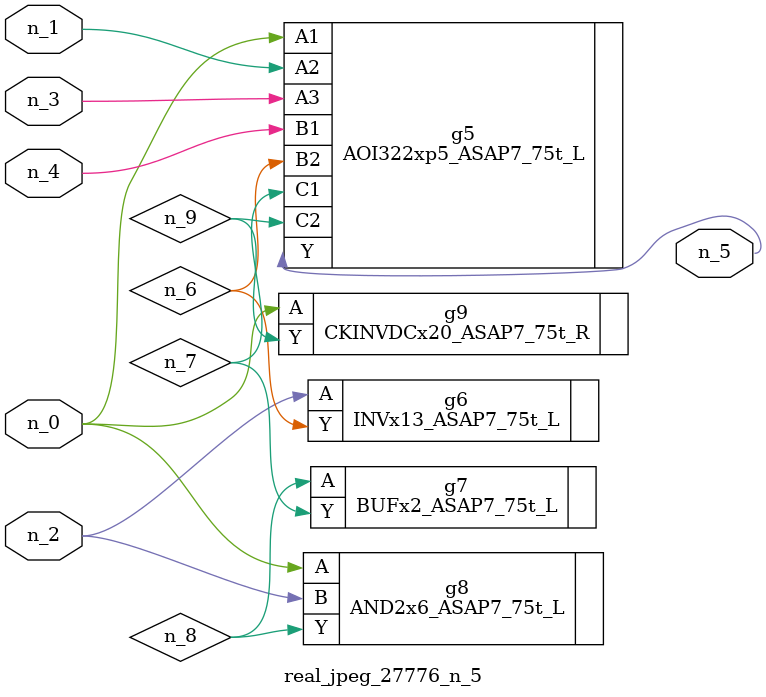
<source format=v>
module real_jpeg_27776_n_5 (n_4, n_0, n_1, n_2, n_3, n_5);

input n_4;
input n_0;
input n_1;
input n_2;
input n_3;

output n_5;

wire n_8;
wire n_6;
wire n_7;
wire n_9;

AOI322xp5_ASAP7_75t_L g5 ( 
.A1(n_0),
.A2(n_1),
.A3(n_3),
.B1(n_4),
.B2(n_6),
.C1(n_7),
.C2(n_9),
.Y(n_5)
);

AND2x6_ASAP7_75t_L g8 ( 
.A(n_0),
.B(n_2),
.Y(n_8)
);

CKINVDCx20_ASAP7_75t_R g9 ( 
.A(n_0),
.Y(n_9)
);

INVx13_ASAP7_75t_L g6 ( 
.A(n_2),
.Y(n_6)
);

BUFx2_ASAP7_75t_L g7 ( 
.A(n_8),
.Y(n_7)
);


endmodule
</source>
